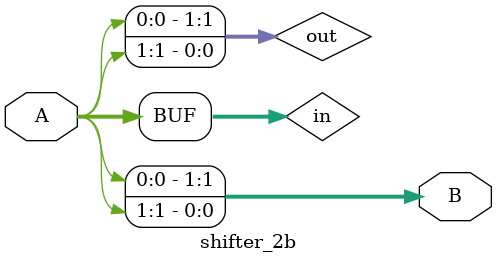
<source format=v>


module shifter_2b(
	A,
	B
);


input wire	[1:0] A;
output wire	[1:0] B;

wire	[1:0] in;
wire	[1:0] out;




assign	out[1] = in[0];


assign	out[0] = in[1];


assign	B = out;
assign	in = A;

endmodule

</source>
